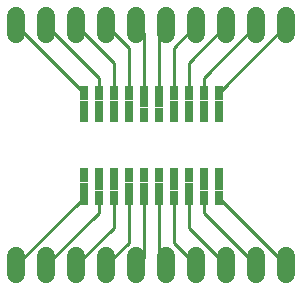
<source format=gtl>
G75*
G70*
%OFA0B0*%
%FSLAX24Y24*%
%IPPOS*%
%LPD*%
%AMOC8*
5,1,8,0,0,1.08239X$1,22.5*
%
%ADD10R,0.0250X0.0500*%
%ADD11C,0.0600*%
%ADD12C,0.0100*%
D10*
X003073Y003677D03*
X003073Y003927D03*
X003073Y004427D03*
X003573Y004427D03*
X003573Y004177D03*
X004073Y004177D03*
X004073Y004427D03*
X004573Y004427D03*
X004573Y003927D03*
X004573Y003677D03*
X004073Y003677D03*
X003573Y003677D03*
X005073Y003677D03*
X005073Y003927D03*
X005073Y004427D03*
X005573Y004427D03*
X005573Y003927D03*
X005573Y003677D03*
X006073Y003677D03*
X006573Y003677D03*
X006573Y003927D03*
X006573Y004427D03*
X006073Y004427D03*
X006073Y004177D03*
X007073Y004177D03*
X007073Y004427D03*
X007573Y004427D03*
X007573Y004177D03*
X007573Y003677D03*
X007073Y003677D03*
X007073Y006427D03*
X007073Y006677D03*
X007573Y006677D03*
X007573Y006427D03*
X007573Y007177D03*
X007073Y007177D03*
X006573Y007177D03*
X006073Y007177D03*
X006073Y006677D03*
X006073Y006427D03*
X006573Y006427D03*
X006573Y006677D03*
X005573Y006427D03*
X005573Y006927D03*
X005573Y007177D03*
X005073Y007177D03*
X005073Y006927D03*
X005073Y006427D03*
X004573Y006427D03*
X004573Y006677D03*
X004073Y006677D03*
X004073Y006427D03*
X003573Y006427D03*
X003573Y006677D03*
X003573Y007177D03*
X004073Y007177D03*
X004573Y007177D03*
X003073Y007177D03*
X003073Y006677D03*
X003073Y006427D03*
D11*
X000823Y001727D02*
X000823Y001127D01*
X001823Y001127D02*
X001823Y001727D01*
X002823Y001727D02*
X002823Y001127D01*
X003823Y001127D02*
X003823Y001727D01*
X004823Y001727D02*
X004823Y001127D01*
X005823Y001127D02*
X005823Y001727D01*
X006823Y001727D02*
X006823Y001127D01*
X007823Y001127D02*
X007823Y001727D01*
X008823Y001727D02*
X008823Y001127D01*
X009823Y001127D02*
X009823Y001727D01*
X009823Y009127D02*
X009823Y009727D01*
X008823Y009727D02*
X008823Y009127D01*
X007823Y009127D02*
X007823Y009727D01*
X006823Y009727D02*
X006823Y009127D01*
X005823Y009127D02*
X005823Y009727D01*
X004823Y009727D02*
X004823Y009127D01*
X003823Y009127D02*
X003823Y009727D01*
X002823Y009727D02*
X002823Y009127D01*
X001823Y009127D02*
X001823Y009727D01*
X000823Y009727D02*
X000823Y009127D01*
D12*
X000823Y009427D02*
X003073Y007177D01*
X003573Y007177D02*
X003573Y007677D01*
X001823Y009427D01*
X002823Y009427D02*
X004073Y008177D01*
X004073Y007177D01*
X004573Y007177D02*
X004573Y008677D01*
X003823Y009427D01*
X004823Y009427D02*
X005073Y009177D01*
X005073Y007177D01*
X005573Y007177D02*
X005573Y009177D01*
X005823Y009427D01*
X006073Y008677D02*
X006823Y009427D01*
X006073Y008677D02*
X006073Y007177D01*
X006573Y007177D02*
X006573Y008177D01*
X007823Y009427D01*
X008823Y009427D02*
X007073Y007677D01*
X007073Y007177D01*
X007573Y007177D02*
X009823Y009427D01*
X007573Y003677D02*
X009823Y001427D01*
X008823Y001427D02*
X007073Y003177D01*
X007073Y003677D01*
X006573Y003677D02*
X006573Y002677D01*
X007823Y001427D01*
X006823Y001427D02*
X006073Y002177D01*
X006073Y003677D01*
X005573Y003677D02*
X005573Y001677D01*
X005823Y001427D01*
X005073Y001677D02*
X004823Y001427D01*
X005073Y001677D02*
X005073Y003677D01*
X004573Y003677D02*
X004573Y002177D01*
X003823Y001427D01*
X002823Y001427D02*
X004073Y002677D01*
X004073Y003677D01*
X003573Y003677D02*
X003573Y003177D01*
X001823Y001427D01*
X000823Y001427D02*
X003073Y003677D01*
M02*

</source>
